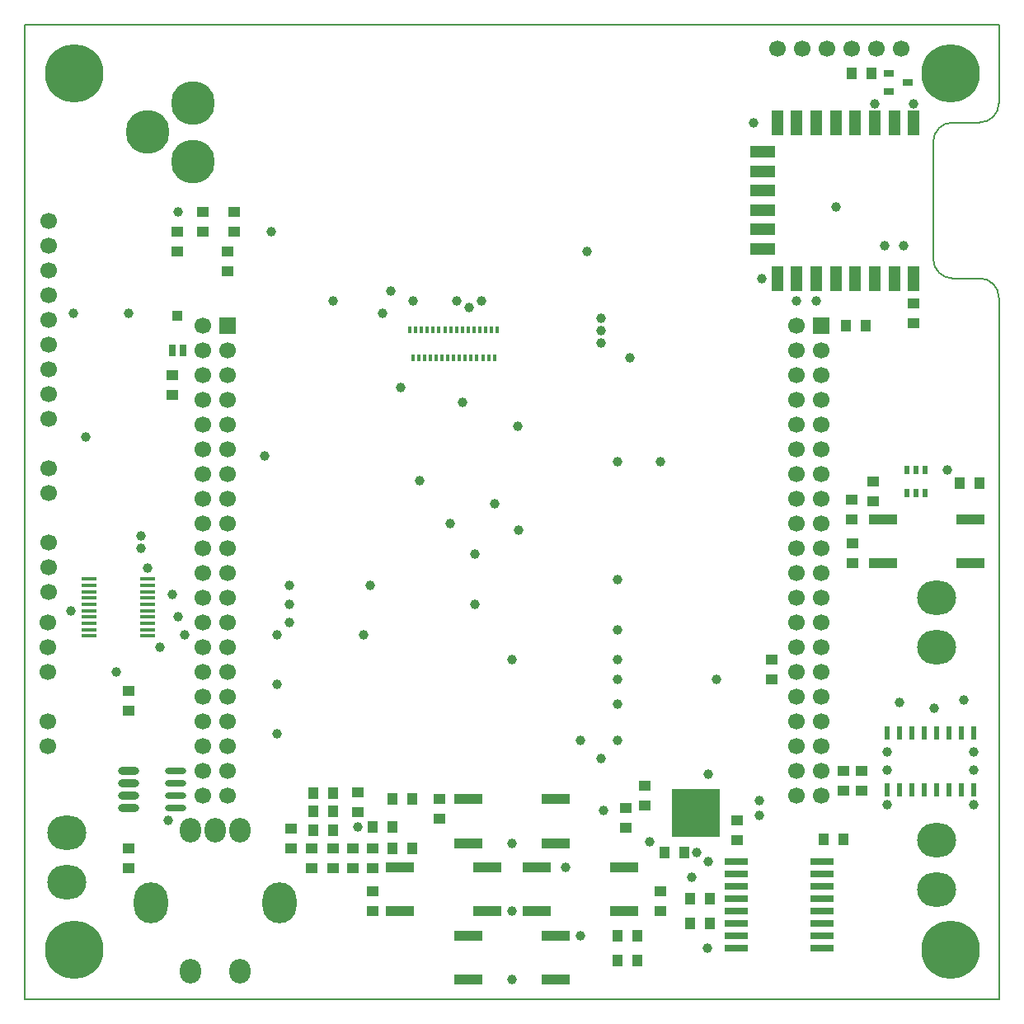
<source format=gts>
G04 Layer_Color=8388736*
%FSLAX43Y43*%
%MOMM*%
G71*
G01*
G75*
%ADD10R,1.200X2.500*%
%ADD11R,2.500X1.200*%
%ADD12R,1.300X1.000*%
%ADD13R,1.000X1.300*%
%ADD14R,3.000X1.000*%
%ADD15R,0.300X0.800*%
%ADD16R,0.300X0.650*%
%ADD17R,2.400X0.750*%
%ADD18R,0.600X1.400*%
%ADD19R,0.500X0.900*%
%ADD22R,1.500X0.400*%
%ADD23R,1.000X1.100*%
%ADD24R,0.800X1.300*%
%ADD25O,2.200X0.800*%
%ADD26O,2.200X0.600*%
%ADD27R,1.000X0.700*%
%ADD35C,0.150*%
%ADD36C,4.500*%
%ADD37C,1.700*%
%ADD38O,4.000X3.500*%
%ADD39O,2.200X2.500*%
%ADD40O,3.500X4.200*%
%ADD41R,1.700X1.700*%
%ADD42C,6.000*%
%ADD43C,1.000*%
%ADD66R,4.950X4.950*%
%ADD67R,0.940X0.490*%
%ADD68R,0.490X0.940*%
D10*
X91250Y74000D02*
D03*
X89250D02*
D03*
X87250D02*
D03*
X85250D02*
D03*
X83250D02*
D03*
X81250D02*
D03*
X79250D02*
D03*
X77250D02*
D03*
Y90000D02*
D03*
X79250D02*
D03*
X81250D02*
D03*
X83250D02*
D03*
X85250D02*
D03*
X87250D02*
D03*
X89250D02*
D03*
X91250D02*
D03*
D11*
X75750Y77000D02*
D03*
Y79000D02*
D03*
Y81000D02*
D03*
Y83000D02*
D03*
Y85000D02*
D03*
Y87000D02*
D03*
D12*
X18250Y80814D02*
D03*
Y78782D02*
D03*
X21425Y80814D02*
D03*
Y78782D02*
D03*
X85905Y21389D02*
D03*
Y23421D02*
D03*
X84925Y46772D02*
D03*
Y44740D02*
D03*
X84908Y51272D02*
D03*
Y49240D02*
D03*
X20790Y74718D02*
D03*
Y76750D02*
D03*
X73153Y16310D02*
D03*
Y18342D02*
D03*
X63653Y19826D02*
D03*
Y21858D02*
D03*
X61653Y19608D02*
D03*
Y17576D02*
D03*
X42545Y20574D02*
D03*
Y18542D02*
D03*
X35687Y11032D02*
D03*
Y9000D02*
D03*
X29426Y13462D02*
D03*
Y15494D02*
D03*
X33655Y13462D02*
D03*
Y15494D02*
D03*
X35687Y13462D02*
D03*
Y15494D02*
D03*
X87084Y51110D02*
D03*
Y53142D02*
D03*
X31623Y13462D02*
D03*
Y15494D02*
D03*
X10630Y31665D02*
D03*
Y29633D02*
D03*
X15625Y78782D02*
D03*
Y76750D02*
D03*
X15075Y64050D02*
D03*
Y62018D02*
D03*
X91250Y71416D02*
D03*
Y69384D02*
D03*
X84000Y23421D02*
D03*
Y21389D02*
D03*
X76670Y34840D02*
D03*
Y32808D02*
D03*
X65240Y9040D02*
D03*
Y11072D02*
D03*
X27305Y15494D02*
D03*
Y17526D02*
D03*
X10630Y13444D02*
D03*
Y15476D02*
D03*
X34125Y21251D02*
D03*
Y19219D02*
D03*
D13*
X62827Y3937D02*
D03*
X60795D02*
D03*
X84036Y16425D02*
D03*
X82004D02*
D03*
X65621Y15028D02*
D03*
X67653D02*
D03*
X39751Y20500D02*
D03*
X37719D02*
D03*
X39751Y15494D02*
D03*
X37719D02*
D03*
X29591Y19230D02*
D03*
X31623D02*
D03*
X29591Y17325D02*
D03*
X31623D02*
D03*
X97989Y52995D02*
D03*
X95957D02*
D03*
X35687Y17695D02*
D03*
X37719D02*
D03*
X86322Y69130D02*
D03*
X84290D02*
D03*
X62827Y6500D02*
D03*
X60795D02*
D03*
X70320Y7770D02*
D03*
X68288D02*
D03*
X70320Y10310D02*
D03*
X68288D02*
D03*
X29591Y21135D02*
D03*
X31623D02*
D03*
X84870Y95080D02*
D03*
X86902D02*
D03*
D14*
X45500Y6500D02*
D03*
Y2000D02*
D03*
X54500D02*
D03*
Y6500D02*
D03*
X45500Y20500D02*
D03*
Y16000D02*
D03*
X54500D02*
D03*
Y20500D02*
D03*
X38500Y13500D02*
D03*
Y9000D02*
D03*
X47500D02*
D03*
Y13500D02*
D03*
X52500D02*
D03*
Y9000D02*
D03*
X61500D02*
D03*
Y13500D02*
D03*
X88083Y49240D02*
D03*
Y44740D02*
D03*
X97083D02*
D03*
Y49240D02*
D03*
D15*
X39500Y68725D02*
D03*
X40100D02*
D03*
X40700D02*
D03*
X41300D02*
D03*
X41900D02*
D03*
X42500D02*
D03*
X43100D02*
D03*
X43700D02*
D03*
X44300D02*
D03*
X44900D02*
D03*
X45500D02*
D03*
X46100D02*
D03*
X46700D02*
D03*
X47300D02*
D03*
X47900D02*
D03*
X48500D02*
D03*
D16*
X39800Y65850D02*
D03*
X40400D02*
D03*
X41000D02*
D03*
X41600D02*
D03*
X42200D02*
D03*
X42800D02*
D03*
X43400D02*
D03*
X44000D02*
D03*
X44600D02*
D03*
X45200D02*
D03*
X45800D02*
D03*
X46400D02*
D03*
X47000D02*
D03*
X47600D02*
D03*
X48200D02*
D03*
D17*
X81825Y14120D02*
D03*
Y12850D02*
D03*
Y11580D02*
D03*
Y10310D02*
D03*
Y9040D02*
D03*
Y7770D02*
D03*
Y6500D02*
D03*
Y5230D02*
D03*
X73025D02*
D03*
Y6500D02*
D03*
Y7770D02*
D03*
Y9040D02*
D03*
Y10310D02*
D03*
Y11580D02*
D03*
Y12850D02*
D03*
Y14120D02*
D03*
D18*
X88519Y27305D02*
D03*
X89789D02*
D03*
X91059D02*
D03*
X93599D02*
D03*
X92329D02*
D03*
X94869D02*
D03*
X91059Y21505D02*
D03*
X88519D02*
D03*
X89789D02*
D03*
X92329D02*
D03*
X96139D02*
D03*
X93599D02*
D03*
X94869D02*
D03*
X97409Y27305D02*
D03*
X96139D02*
D03*
X97409Y21505D02*
D03*
D19*
X90514Y51908D02*
D03*
X91464D02*
D03*
X92414D02*
D03*
Y54308D02*
D03*
X91464D02*
D03*
X90514D02*
D03*
D22*
X12535Y37275D02*
D03*
Y37925D02*
D03*
Y38575D02*
D03*
Y39225D02*
D03*
Y39875D02*
D03*
Y40525D02*
D03*
Y41175D02*
D03*
Y41825D02*
D03*
Y42475D02*
D03*
Y43125D02*
D03*
X6577D02*
D03*
Y42475D02*
D03*
Y41825D02*
D03*
Y41175D02*
D03*
Y40525D02*
D03*
Y39875D02*
D03*
Y39225D02*
D03*
Y38575D02*
D03*
Y37275D02*
D03*
Y37925D02*
D03*
D23*
X15625Y70140D02*
D03*
D24*
X16175Y66590D02*
D03*
X15075D02*
D03*
D25*
X10630Y20870D02*
D03*
Y19600D02*
D03*
Y23410D02*
D03*
Y22140D02*
D03*
D26*
X15430Y20870D02*
D03*
Y19600D02*
D03*
Y22140D02*
D03*
Y23410D02*
D03*
D27*
X90680Y94130D02*
D03*
X88680Y93180D02*
D03*
Y95080D02*
D03*
D35*
X95250Y90000D02*
G03*
X93250Y88000I0J-2000D01*
G01*
X98000Y90000D02*
G03*
X100000Y92000I0J2000D01*
G01*
Y72000D02*
G03*
X98000Y74000I-2000J0D01*
G01*
X93250Y76000D02*
G03*
X95250Y74000I2000J0D01*
G01*
Y90000D02*
X98000D01*
X-0Y100000D02*
X0Y0D01*
X93250Y76000D02*
Y88000D01*
X95250Y74000D02*
X98000D01*
X-0Y100000D02*
X100000D01*
X100000Y92000D02*
Y100000D01*
X100000Y0D02*
Y72000D01*
X0Y0D02*
X100000D01*
D36*
X17236Y92000D02*
D03*
Y86000D02*
D03*
X12536Y89000D02*
D03*
D37*
X2375Y51985D02*
D03*
Y54525D02*
D03*
Y46905D02*
D03*
Y44365D02*
D03*
Y41825D02*
D03*
X2360Y25935D02*
D03*
Y28475D02*
D03*
X2375Y59605D02*
D03*
Y62145D02*
D03*
Y64685D02*
D03*
Y67225D02*
D03*
Y69765D02*
D03*
Y72305D02*
D03*
Y74845D02*
D03*
Y77385D02*
D03*
Y79925D02*
D03*
X20790Y20870D02*
D03*
X18250D02*
D03*
X79210D02*
D03*
X81750D02*
D03*
X18250Y69130D02*
D03*
X20790Y66590D02*
D03*
X18250D02*
D03*
X20790Y64050D02*
D03*
X18250D02*
D03*
X20790Y61510D02*
D03*
X18250D02*
D03*
X20790Y58970D02*
D03*
X18250D02*
D03*
X20790Y56430D02*
D03*
X18250D02*
D03*
X20790Y53890D02*
D03*
X18250D02*
D03*
X20790Y51350D02*
D03*
X18250D02*
D03*
X20790Y48810D02*
D03*
X18250D02*
D03*
X20790Y46270D02*
D03*
X18250D02*
D03*
X20790Y43730D02*
D03*
X18250D02*
D03*
X20790Y41190D02*
D03*
X18250D02*
D03*
X20790Y38650D02*
D03*
X18250D02*
D03*
X20790Y36110D02*
D03*
X18250D02*
D03*
X20790Y33570D02*
D03*
X18250D02*
D03*
X20790Y31030D02*
D03*
X18250D02*
D03*
X20790Y28490D02*
D03*
X18250D02*
D03*
X20790Y25950D02*
D03*
X18250D02*
D03*
X20790Y23410D02*
D03*
X18250D02*
D03*
X79210Y69130D02*
D03*
X81750Y66590D02*
D03*
X79210D02*
D03*
X81750Y64050D02*
D03*
X79210D02*
D03*
X81750Y61510D02*
D03*
X79210D02*
D03*
X81750Y58970D02*
D03*
X79210D02*
D03*
X81750Y56430D02*
D03*
X79210D02*
D03*
X81750Y53890D02*
D03*
X79210D02*
D03*
X81750Y51350D02*
D03*
X79210D02*
D03*
X81750Y48810D02*
D03*
X79210D02*
D03*
X81750Y46270D02*
D03*
X79210D02*
D03*
X81750Y43730D02*
D03*
X79210D02*
D03*
X81750Y41190D02*
D03*
X79210D02*
D03*
X81750Y38650D02*
D03*
X79210D02*
D03*
X81750Y36110D02*
D03*
X79210D02*
D03*
X81750Y33570D02*
D03*
X79210D02*
D03*
X81750Y31030D02*
D03*
X79210D02*
D03*
X81750Y28490D02*
D03*
X79210D02*
D03*
X81750Y25950D02*
D03*
X79210D02*
D03*
X81750Y23410D02*
D03*
X79210D02*
D03*
X2360Y33585D02*
D03*
Y36125D02*
D03*
Y38665D02*
D03*
X77250Y97620D02*
D03*
X79790D02*
D03*
X82330D02*
D03*
X84870D02*
D03*
X87410D02*
D03*
X89950D02*
D03*
D38*
X93599Y16277D02*
D03*
Y11197D02*
D03*
Y41169D02*
D03*
Y36089D02*
D03*
X4280Y17060D02*
D03*
Y11980D02*
D03*
D39*
X22020Y17325D02*
D03*
X19520D02*
D03*
X17020D02*
D03*
Y2825D02*
D03*
X22020D02*
D03*
D40*
X26120Y9825D02*
D03*
X12920D02*
D03*
D41*
X20790Y69130D02*
D03*
X81750D02*
D03*
D42*
X95000Y5000D02*
D03*
Y95000D02*
D03*
X5000D02*
D03*
X5000Y5000D02*
D03*
D43*
X60795Y26585D02*
D03*
Y30268D02*
D03*
Y32808D02*
D03*
Y34840D02*
D03*
X62065Y65828D02*
D03*
X97083Y44740D02*
D03*
X50000Y9000D02*
D03*
X10630Y70400D02*
D03*
X4915D02*
D03*
X13805Y36110D02*
D03*
X4727Y39875D02*
D03*
X12535Y44260D02*
D03*
X70955Y32808D02*
D03*
X65240Y55160D02*
D03*
X60795D02*
D03*
X46190Y40555D02*
D03*
X94687Y54308D02*
D03*
X60795Y37888D02*
D03*
X46205Y45650D02*
D03*
X59144Y24680D02*
D03*
X37575Y72665D02*
D03*
X74765Y90000D02*
D03*
X60795Y43095D02*
D03*
X34125Y17695D02*
D03*
X55461Y13500D02*
D03*
X48255Y50875D02*
D03*
X50635Y48175D02*
D03*
X43665Y48825D02*
D03*
X38570Y62780D02*
D03*
X44920Y61256D02*
D03*
X70066Y5230D02*
D03*
X70153Y14120D02*
D03*
X68923Y15028D02*
D03*
X24600Y55795D02*
D03*
X50600Y58825D02*
D03*
X89789Y30480D02*
D03*
X96355Y30696D02*
D03*
X75403Y20342D02*
D03*
X75383Y18842D02*
D03*
X70153Y23092D02*
D03*
X64153Y16092D02*
D03*
X59403Y19342D02*
D03*
X36665Y70400D02*
D03*
X45555Y71035D02*
D03*
X46825Y71670D02*
D03*
X44285D02*
D03*
X39840D02*
D03*
X35395Y42460D02*
D03*
X31585Y71670D02*
D03*
X40475Y53255D02*
D03*
X34760Y37380D02*
D03*
X25870D02*
D03*
X27140Y40555D02*
D03*
Y42460D02*
D03*
X93345Y29845D02*
D03*
X97409Y23495D02*
D03*
Y25400D02*
D03*
X88519Y23495D02*
D03*
Y25400D02*
D03*
X75641Y73927D02*
D03*
X79250Y71670D02*
D03*
X88083Y49240D02*
D03*
X97083D02*
D03*
X88083Y44740D02*
D03*
X88519Y19904D02*
D03*
X97409D02*
D03*
X68415Y12495D02*
D03*
X50000Y16000D02*
D03*
X56985Y6500D02*
D03*
X50000Y2000D02*
D03*
X57743Y76750D02*
D03*
X25235Y78782D02*
D03*
X15710Y80814D02*
D03*
X56985Y26585D02*
D03*
X50000Y34840D02*
D03*
X25870Y27220D02*
D03*
X6185Y57700D02*
D03*
X11900Y47540D02*
D03*
Y46270D02*
D03*
X15710Y39225D02*
D03*
X25870Y32300D02*
D03*
X27140Y38650D02*
D03*
X16345Y37380D02*
D03*
X15075Y41507D02*
D03*
X9360Y33570D02*
D03*
X14694Y18330D02*
D03*
X81250Y71670D02*
D03*
X59144Y68636D02*
D03*
Y67366D02*
D03*
Y69906D02*
D03*
X88250Y77330D02*
D03*
X90250D02*
D03*
X83250Y81330D02*
D03*
X91250Y91875D02*
D03*
X87250D02*
D03*
D66*
X68903Y19092D02*
D03*
D67*
X70903Y20342D02*
D03*
Y19842D02*
D03*
Y19342D02*
D03*
Y18842D02*
D03*
Y18342D02*
D03*
Y17842D02*
D03*
X66903D02*
D03*
Y18342D02*
D03*
Y18842D02*
D03*
Y19342D02*
D03*
Y19842D02*
D03*
Y20342D02*
D03*
D68*
X70153Y17092D02*
D03*
X69653D02*
D03*
X69153D02*
D03*
X68653D02*
D03*
X68153D02*
D03*
X67653D02*
D03*
Y21092D02*
D03*
X68153D02*
D03*
X68653D02*
D03*
X69153D02*
D03*
X69653D02*
D03*
X70153D02*
D03*
M02*

</source>
